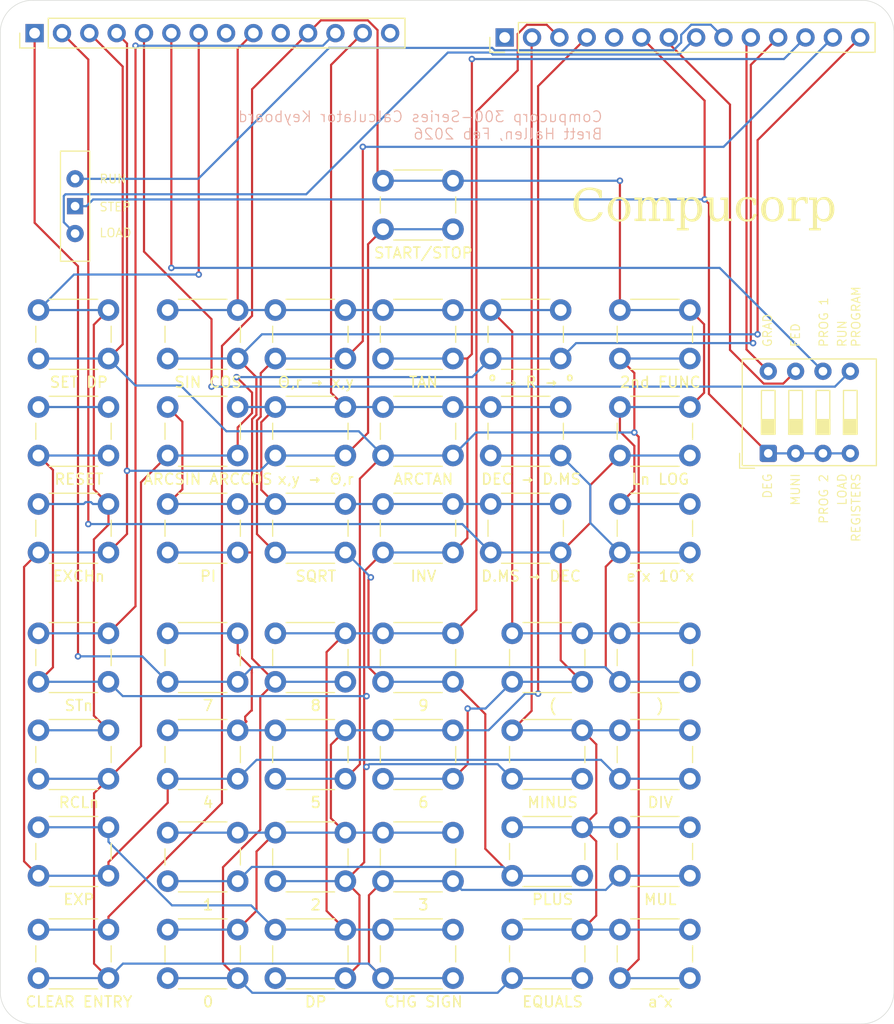
<source format=kicad_pcb>
(kicad_pcb (version 20241229) (generator "pcbnew") (generator_version "9.0")
  (layers (0 "F.Cu" signal) (2 "B.Cu" signal) (13 "F.Paste" user) (15 "B.Paste" user) (5 "F.SilkS" user "F.Silkscreen") (7 "B.SilkS" user "B.Silkscreen") (1 "F.Mask" user) (3 "B.Mask" user) (25 "Edge.Cuts" user))
  (net 0 "")
  (net 1 "KB_RUN")
  (net 3 "KB_ROW_3")
  (net 4 "KB_COL_3")
  (net 5 "KB_ROW_2")
  (net 7 "KB_ROW_1")
  (net 8 "KB_COL_4")
  (net 9 "KB_ROW_4")
  (net 10 "KB_COL_2")
  (net 11 "KB_COL_5")
  (net 12 "KB_COL_1")
  (net 13 "KB_PROG_1")
  (net 14 "KB_COL_6")
  (net 15 "KB_COL_7")
  (net 16 "KB_COL_9")
  (net 17 "KB_LOAD")
  (net 18 "KB_ROW_7")
  (net 19 "KB_FED")
  (net 20 "KB_ROW_8")
  (net 21 "KB_COL_8")
  (net 22 "TCL02_38")
  (net 23 "KB_ROW_5")
  (net 26 "KB_GRAD")
  (net 27 "KB_ROW_6")
  (net 28 "unconnected-(SW28-Pad1)")
  (net 29 "KB_RUN_{326}")
  (footprint "Button_Switch_THT:SW_PUSH_6mm" (layer "F.Cu") (at 106.3 116.5)
    (property "Reference" "SW13" (hide yes))
    (property "Value" "5")
  )
  (footprint "Button_Switch_THT:SW_PUSH_6mm" (layer "F.Cu") (at 128.3 125.5)
    (property "Reference" "SW36" (hide yes))
    (property "Value" "PLUS")
  )
  (footprint "Button_Switch_THT:SW_PUSH_6mm" (layer "F.Cu") (at 128.3 135)
    (property "Reference" "SW41" (hide yes))
    (property "Value" "EQUALS")
  )
  (footprint "Button_Switch_THT:SW_PUSH_6mm" (layer "F.Cu") (at 106.3 86.5)
    (property "Reference" "SW16" (hide yes))
    (property "Value" "x,y → Θ,r")
  )
  (footprint "Button_Switch_THT:SW_PUSH_6mm" (layer "F.Cu") (at 116.3 107.5)
    (property "Reference" "SW37" (hide yes))
    (property "Value" "9")
  )
  (footprint "Button_Switch_THT:SW_PUSH_6mm" (layer "F.Cu") (at 84.3 77.5)
    (property "Reference" "SW9" (hide yes))
    (property "Value" "SET DP")
  )
  (footprint "Button_Switch_THT:SW_PUSH_6mm" (layer "F.Cu") (at 96.3 135)
    (property "Reference" "SW43" (hide yes))
    (property "Value" "0")
  )
  (footprint "Button_Switch_THT:SW_PUSH_6mm" (layer "F.Cu") (at 96.3 86.5)
    (property "Reference" "SW23" (hide yes))
    (property "Value" "ARCSIN ARCCOS")
  )
  (footprint "Button_Switch_THT:SW_PUSH_6mm" (layer "F.Cu") (at 84.3 116.5)
    (property "Reference" "SW20" (hide yes))
    (property "Value" "RCLn")
  )
  (footprint "Button_Switch_THT:SW_PUSH_6mm" (layer "F.Cu") (at 116.3 95.5)
    (property "Reference" "SW30" (hide yes))
    (property "Value" "INV")
  )
  (footprint "Button_Switch_THT:SW_PUSH_6mm" (layer "F.Cu") (at 84.3 107.5)
    (property "Reference" "SW27" (hide yes))
    (property "Value" "STn")
  )
  (footprint "Button_Switch_THT:SW_PUSH_6mm" (layer "F.Cu") (at 96.3 77.5)
    (property "Reference" "SW39" (hide yes))
    (property "Value" "SIN COS")
  )
  (footprint "Button_Switch_THT:SW_PUSH_6mm" (layer "F.Cu") (at 84.3 86.5)
    (property "Reference" "SW28" (hide yes))
    (property "Value" "RESET")
  )
  (footprint "Button_Switch_THT:SW_PUSH_6mm" (layer "F.Cu") (at 106.3 77.5)
    (property "Reference" "SW34" (hide yes))
    (property "Value" "Θ,r → x,y")
  )
  (footprint "Button_Switch_THT:SW_PUSH_6mm" (layer "F.Cu") (at 106.3 95.5)
    (property "Reference" "SW35" (hide yes))
    (property "Value" "SQRT")
  )
  (footprint "Button_Switch_THT:SW_PUSH_6mm" (layer "F.Cu") (at 106.3 135)
    (property "Reference" "SW32" (hide yes))
    (property "Value" "DP")
  )
  (footprint "Button_Switch_THT:SW_PUSH_6mm" (layer "F.Cu") (at 128.3 107.5)
    (property "Reference" "SW6" (hide yes))
    (property "Value" "(")
  )
  (footprint "Button_Switch_THT:SW_PUSH_6mm" (layer "F.Cu") (at 138.3 95.5)
    (property "Reference" "SW1" (hide yes))
    (property "Value" "e^x 10^x")
  )
  (footprint "Button_Switch_THT:SW_Slide-03_Wuerth-WS-SLTV_10x2.5x6.4_P2.54mm" (layer "F.Cu") (at 87.7 67.86 90)
    (property "Reference" "SW44" (hide yes))
    (property "Value" "RUN/STEP/LOAD" (hide yes))
  )
  (footprint "Button_Switch_THT:SW_PUSH_6mm" (layer "F.Cu") (at 84.3 95.5)
    (property "Reference" "SW14" (hide yes))
    (property "Value" "EXCHn")
  )
  (footprint "Button_Switch_THT:SW_PUSH_6mm" (layer "F.Cu") (at 116.3 135)
    (property "Reference" "SW25" (hide yes))
    (property "Value" "CHG SIGN")
  )
  (footprint "Button_Switch_THT:SW_PUSH_6mm" (layer "F.Cu") (at 96.3 107.5)
    (property "Reference" "SW4" (hide yes))
    (property "Value" "7")
  )
  (footprint "Button_Switch_THT:SW_PUSH_6mm" (layer "F.Cu") (at 116.3 116.5)
    (property "Reference" "SW8" (hide yes))
    (property "Value" "6")
  )
  (footprint "Button_Switch_THT:SW_PUSH_6mm" (layer "F.Cu") (at 106.3 107.5)
    (property "Reference" "SW42" (hide yes))
    (property "Value" "8")
  )
  (footprint "Button_Switch_THT:SW_PUSH_6mm" (layer "F.Cu") (at 128.3 116.5)
    (property "Reference" "SW31" (hide yes))
    (property "Value" "MINUS")
  )
  (footprint "Button_Switch_THT:SW_PUSH_6mm" (layer "F.Cu") (at 126.3 77.5)
    (property "Reference" "SW22" (hide yes))
    (property "Value" "º → R → º")
  )
  (footprint "Button_Switch_THT:SW_PUSH_6mm" (layer "F.Cu") (at 116.3 126)
    (property "Reference" "SW26" (hide yes))
    (property "Value" "3")
  )
  (footprint "Button_Switch_THT:SW_PUSH_6mm" (layer "F.Cu") (at 138.3 77.5)
    (property "Reference" "SW10" (hide yes))
    (property "Value" "2nd FUNC")
  )
  (footprint "Button_Switch_THT:SW_PUSH_6mm" (layer "F.Cu") (at 126.3 86.5)
    (property "Reference" "SW3" (hide yes))
    (property "Value" "DEC → D.MS")
  )
  (footprint "Button_Switch_THT:SW_PUSH_6mm" (layer "F.Cu") (at 116.3 65.5)
    (property "Reference" "SW15" (hide yes))
    (property "Value" "START/STOP")
  )
  (footprint "Connector_PinHeader_2.54mm:PinHeader_1x14_P2.54mm_Vertical" (layer "F.Cu") (at 83.94 51.8 90)
    (property "Reference" "J1" (hide yes))
    (property "Value" "Keyboard Left" (hide yes))
  )
  (footprint "Button_Switch_THT:SW_PUSH_6mm" (layer "F.Cu") (at 84.3 135)
    (property "Reference" "SW21" (hide yes))
    (property "Value" "CLEAR ENTRY")
  )
  (footprint "Button_Switch_THT:SW_PUSH_6mm" (layer "F.Cu") (at 84.3 125.5)
    (property "Reference" "SW18" (hide yes))
    (property "Value" "EXP")
  )
  (footprint "Connector_PinHeader_2.54mm:PinHeader_1x14_P2.54mm_Vertical" (layer "F.Cu") (at 127.6 52.2 90)
    (property "Reference" "J2" (hide yes))
    (property "Value" "Keyboard Right" (hide yes))
  )
  (footprint "Button_Switch_THT:SW_DIP_SPSTx04_Slide_9.78x12.34mm_W7.62mm_P2.54mm" (layer "F.Cu") (at 152.08 90.8 90)
    (property "Reference" "SW49" (hide yes))
    (property "Value" "SW_DIP_x04" (hide yes))
  )
  (footprint "Button_Switch_THT:SW_PUSH_6mm" (layer "F.Cu") (at 138.3 135)
    (property "Reference" "SW12" (hide yes))
    (property "Value" "a^x")
  )
  (footprint "Button_Switch_THT:SW_PUSH_6mm" (layer "F.Cu") (at 96.3 95.5)
    (property "Reference" "SW40" (hide yes))
    (property "Value" "PI")
  )
  (footprint "Button_Switch_THT:SW_PUSH_6mm" (layer "F.Cu") (at 116.3 77.5)
    (property "Reference" "SW29" (hide yes))
    (property "Value" "TAN")
  )
  (footprint "Button_Switch_THT:SW_PUSH_6mm" (layer "F.Cu") (at 126.3 95.5)
    (property "Reference" "SW7" (hide yes))
    (property "Value" "D.MS → DEC")
  )
  (footprint "Button_Switch_THT:SW_PUSH_6mm" (layer "F.Cu") (at 138.3 116.5)
    (property "Reference" "SW17" (hide yes))
    (property "Value" "DIV")
  )
  (footprint "Button_Switch_THT:SW_PUSH_6mm" (layer "F.Cu") (at 138.3 107.5)
    (property "Reference" "SW2" (hide yes))
    (property "Value" ")")
  )
  (footprint "Button_Switch_THT:SW_PUSH_6mm" (layer "F.Cu") (at 96.3 126)
    (property "Reference" "SW38" (hide yes))
    (property "Value" "1")
  )
  (footprint "Button_Switch_THT:SW_PUSH_6mm" (layer "F.Cu") (at 96.3 116.5)
    (property "Reference" "SW19" (hide yes))
    (property "Value" "4")
  )
  (footprint "Button_Switch_THT:SW_PUSH_6mm" (layer "F.Cu") (at 106.3 126)
    (property "Reference" "SW33" (hide yes))
    (property "Value" "2")
  )
  (footprint "Button_Switch_THT:SW_PUSH_6mm" (layer "F.Cu") (at 138.3 125.5)
    (property "Reference" "SW24" (hide yes))
    (property "Value" "MUL")
  )
  (footprint "Button_Switch_THT:SW_PUSH_6mm" (layer "F.Cu") (at 116.3 86.5)
    (property "Reference" "SW11" (hide yes))
    (property "Value" "ARCTAN")
  )
  (footprint "Button_Switch_THT:SW_PUSH_6mm" (layer "F.Cu") (at 138.3 86.5)
    (property "Reference" "SW5" (hide yes))
    (property "Value" "Ln LOG")
  )
  (gr_line (start 160.75 143.75) (end 83.75 143.75) (stroke (width 0.05)) (layer "Edge.Cuts"))
  (gr_line (start 83.75 48.75) (end 160.75 48.75) (stroke (width 0.05)) (layer "Edge.Cuts"))
  (gr_arc (start 163.75 140.75) (mid 162.87132 142.87132) (end 160.75 143.75) (stroke (width 0.05)) (layer "Edge.Cuts"))
  (gr_line (start 163.75 51.75) (end 163.75 140.75) (stroke (width 0.05)) (layer "Edge.Cuts"))
  (gr_line (start 80.75 140.75) (end 80.75 51.75) (stroke (width 0.05)) (layer "Edge.Cuts"))
  (gr_arc (start 160.75 48.75) (mid 162.87132 49.62868) (end 163.75 51.75) (stroke (width 0.05)) (layer "Edge.Cuts"))
  (gr_arc (start 80.75 51.75) (mid 81.62868 49.62868) (end 83.75 48.75) (stroke (width 0.05)) (layer "Edge.Cuts"))
  (gr_arc (start 83.75 143.75) (mid 81.62868 142.87132) (end 80.75 140.75) (stroke (width 0.05)) (layer "Edge.Cuts"))
  (gr_text "Compucorp" (at 133.75 69.75 0) (layer "F.SilkS") (effects (font (size 3 3) (thickness 0.1)) (justify left bottom)))
  (gr_text "RUN\nPROGRAM" (at 160.7 81 90) (layer "F.SilkS") (effects (font (size 0.8 0.8) (thickness 0.1)) (justify left bottom)))
  (gr_text "LOAD" (at 89.9 70.8 0) (layer "F.SilkS") (effects (font (size 0.8 0.8) (thickness 0.1)) (justify left bottom)))
  (gr_text "FED" (at 155.0775 81 90) (layer "F.SilkS") (effects (font (size 0.8 0.8) (thickness 0.1)) (justify left bottom)))
  (gr_text "PROG 2" (at 157.7 97.4 90) (layer "F.SilkS") (effects (font (size 0.8 0.8) (thickness 0.1)) (justify left bottom)))
  (gr_text "DEG" (at 152.4775 92.6 90) (layer "F.SilkS") (effects (font (size 0.8 0.8) (thickness 0.1)) (justify right bottom)))
  (gr_text "PROG 1" (at 157.7 81 90) (layer "F.SilkS") (effects (font (size 0.8 0.8) (thickness 0.1)) (justify left bottom)))
  (gr_text "GRAD" (at 152.4775 81 90) (layer "F.SilkS") (effects (font (size 0.8 0.8) (thickness 0.1)) (justify left bottom)))
  (gr_text "STEP" (at 89.9 68.4 0) (layer "F.SilkS") (effects (font (size 0.8 0.8) (thickness 0.1)) (justify left bottom)))
  (gr_text "RUN" (at 89.9 65.8 0) (layer "F.SilkS") (effects (font (size 0.8 0.8) (thickness 0.1)) (justify left bottom)))
  (gr_text "MUNI" (at 155.0775 92.6 90) (layer "F.SilkS") (effects (font (size 0.8 0.8) (thickness 0.1)) (justify right bottom)))
  (gr_text "LOAD\nREGISTERS" (at 160.7 92.6 90) (layer "F.SilkS") (effects (font (size 0.8 0.8) (thickness 0.1)) (justify right bottom)))
  (gr_text "Compucorp 300-Series Calculator Keyboard\nBrett Hallen, Feb 2026" (at 136.75 61.75 0) (layer "B.SilkS") (effects (font (size 1 1) (thickness 0.1)) (justify left bottom mirror)))
  (segment (start 94.1 72.0786) (end 100.3708 78.3494) (width 0.2) (layer "F.Cu") (net 1))
  (segment (start 94.1 51.8) (end 94.1 72.0786) (width 0.2) (layer "F.Cu") (net 1))
  (segment (start 100.3708 78.3494) (end 100.3708 84.6064) (width 0.2) (layer "F.Cu") (net 1))
  (via (at 100.3708 84.6064) (size 0.6) (drill 0.3) (layers "F.Cu" "B.Cu") (net 1))
  (segment (start 102.9997 84.6064) (end 103.0012 84.6079) (width 0.2) (layer "B.Cu") (net 1))
  (segment (start 103.0012 84.6079) (end 103.5546 84.6079) (width 0.2) (layer "B.Cu") (net 1))
  (segment (start 103.5546 84.6079) (end 103.5561 84.6064) (width 0.2) (layer "B.Cu") (net 1))
  (segment (start 158.2736 84.6064) (end 159.7 83.18) (width 0.2) (layer "B.Cu") (net 1))
  (segment (start 103.5561 84.6064) (end 158.2736 84.6064) (width 0.2) (layer "B.Cu") (net 1))
  (segment (start 100.3708 84.6064) (end 102.9997 84.6064) (width 0.2) (layer "B.Cu") (net 1))
  (segment (start 114.1469 93.1531) (end 114.1469 119.6531) (width 0.2) (layer "F.Cu") (net 3))
  (segment (start 116.3 91) (end 114.1469 93.1531) (width 0.2) (layer "F.Cu") (net 3))
  (segment (start 89.02 51.8) (end 92.1197 54.8997) (width 0.2) (layer "F.Cu") (net 3))
  (segment (start 114.1469 119.6531) (end 112.8 121) (width 0.2) (layer "F.Cu") (net 3))
  (segment (start 92.1197 54.8997) (end 92.1197 80.6803) (width 0.2) (layer "F.Cu") (net 3))
  (segment (start 139.6417 83.3417) (end 138.3 82) (width 0.2) (layer "F.Cu") (net 3))
  (segment (start 138.3 139.5) (end 140.0434 137.7566) (width 0.2) (layer "F.Cu") (net 3))
  (segment (start 139.6417 88.8625) (end 139.6417 83.3417) (width 0.2) (layer "F.Cu") (net 3))
  (segment (start 92.1197 80.6803) (end 90.8 82) (width 0.2) (layer "F.Cu") (net 3))
  (segment (start 140.0434 89.2642) (end 139.6417 88.8625) (width 0.2) (layer "F.Cu") (net 3))
  (segment (start 140.0434 137.7566) (end 140.0434 89.2642) (width 0.2) (layer "F.Cu") (net 3))
  (via (at 139.6417 88.8625) (size 0.6) (drill 0.3) (layers "F.Cu" "B.Cu") (net 3))
  (segment (start 144.8 82) (end 138.3 82) (width 0.2) (layer "B.Cu") (net 3))
  (segment (start 93.3032 84.5032) (end 97.5064 84.5032) (width 0.2) (layer "B.Cu") (net 3))
  (segment (start 122.8 91) (end 116.3 91) (width 0.2) (layer "B.Cu") (net 3))
  (segment (start 97.5064 84.5032) (end 101.7532 88.75) (width 0.2) (layer "B.Cu") (net 3))
  (segment (start 90.8 82) (end 93.3032 84.5032) (width 0.2) (layer "B.Cu") (net 3))
  (segment (start 122.8 91) (end 124.9375 88.8625) (width 0.2) (layer "B.Cu") (net 3))
  (segment (start 84.3 82) (end 90.8 82) (width 0.2) (layer "B.Cu") (net 3))
  (segment (start 124.9375 88.8625) (end 139.6417 88.8625) (width 0.2) (layer "B.Cu") (net 3))
  (segment (start 112.8 121) (end 106.3 121) (width 0.2) (layer "B.Cu") (net 3))
  (segment (start 144.8 139.5) (end 138.3 139.5) (width 0.2) (layer "B.Cu") (net 3))
  (segment (start 101.7532 88.75) (end 114.05 88.75) (width 0.2) (layer "B.Cu") (net 3))
  (segment (start 114.05 88.75) (end 116.3 91) (width 0.2) (layer "B.Cu") (net 3))
  (segment (start 124.1627 119.6373) (end 124.1627 114.4828) (width 0.2) (layer "F.Cu") (net 5))
  (segment (start 135.5501 97.2499) (end 132.8 100) (width 0.2) (layer "F.Cu") (net 5))
  (segment (start 132.8 110) (end 134.8 112) (width 0.2) (layer "F.Cu") (net 5))
  (segment (start 138.3 91) (end 135.5501 93.7499) (width 0.2) (layer "F.Cu") (net 5))
  (segment (start 135.5501 93.7499) (end 135.5501 97.2499) (width 0.2) (layer "F.Cu") (net 5))
  (segment (start 122.8 121) (end 124.1627 119.6373) (width 0.2) (layer "F.Cu") (net 5))
  (segment (start 132.8 100) (end 132.8 110) (width 0.2) (layer "F.Cu") (net 5))
  (segment (start 88.9271 54.2471) (end 88.9271 97.3644) (width 0.2) (layer "F.Cu") (net 5))
  (segment (start 86.48 51.8) (end 88.9271 54.2471) (width 0.2) (layer "F.Cu") (net 5))
  (via (at 124.1627 114.4828) (size 0.6) (drill 0.3) (layers "F.Cu" "B.Cu") (net 5))
  (via (at 88.9271 97.3644) (size 0.6) (drill 0.3) (layers "F.Cu" "B.Cu") (net 5))
  (segment (start 122.8 121) (end 116.3 121) (width 0.2) (layer "B.Cu") (net 5))
  (segment (start 128.3 112) (end 125.8172 114.4828) (width 0.2) (layer "B.Cu") (net 5))
  (segment (start 123.6644 97.3644) (end 88.9271 97.3644) (width 0.2) (layer "B.Cu") (net 5))
  (segment (start 125.8172 114.4828) (end 124.1627 114.4828) (width 0.2) (layer "B.Cu") (net 5))
  (segment (start 144.8 91) (end 138.3 91) (width 0.2) (layer "B.Cu") (net 5))
  (segment (start 134.8 112) (end 128.3 112) (width 0.2) (layer "B.Cu") (net 5))
  (segment (start 126.3 100) (end 123.6644 97.3644) (width 0.2) (layer "B.Cu") (net 5))
  (segment (start 132.8 100) (end 126.3 100) (width 0.2) (layer "B.Cu") (net 5))
  (segment (start 136.9876 110.6876) (end 136.9876 101.3124) (width 0.2) (layer "F.Cu") (net 7))
  (segment (start 87.9695 73.4278) (end 87.9695 109.6375) (width 0.2) (layer "F.Cu") (net 7))
  (segment (start 83.94 69.3983) (end 87.9695 73.4278) (width 0.2) (layer "F.Cu") (net 7))
  (segment (start 136.9876 101.3124) (end 138.3 100) (width 0.2) (layer "F.Cu") (net 7))
  (segment (start 83.94 51.8) (end 83.94 69.3983) (width 0.2) (layer "F.Cu") (net 7))
  (segment (start 138.3 112) (end 136.9876 110.6876) (width 0.2) (layer "F.Cu") (net 7))
  (via (at 87.9695 109.6375) (size 0.6) (drill 0.3) (layers "F.Cu" "B.Cu") (net 7))
  (segment (start 87.9695 109.6375) (end 93.9375 109.6375) (width 0.2) (layer "B.Cu") (net 7))
  (segment (start 135.55 97.25) (end 138.3 100) (width 0.2) (layer "B.Cu") (net 7))
  (segment (start 136.9437 110.6437) (end 138.3 112) (width 0.2) (layer "B.Cu") (net 7))
  (segment (start 132.8 91) (end 135.55 93.75) (width 0.2) (layer "B.Cu") (net 7))
  (segment (start 132.8 91) (end 126.3 91) (width 0.2) (layer "B.Cu") (net 7))
  (segment (start 135.55 93.75) (end 135.55 97.25) (width 0.2) (layer "B.Cu") (net 7))
  (segment (start 102.8 112) (end 104.1563 110.6437) (width 0.2) (layer "B.Cu") (net 7))
  (segment (start 144.8 100) (end 138.3 100) (width 0.2) (layer "B.Cu") (net 7))
  (segment (start 144.8 112) (end 138.3 112) (width 0.2) (layer "B.Cu") (net 7))
  (segment (start 104.1563 110.6437) (end 136.9437 110.6437) (width 0.2) (layer "B.Cu") (net 7))
  (segment (start 102.8 112) (end 96.3 112) (width 0.2) (layer "B.Cu") (net 7))
  (segment (start 93.9375 109.6375) (end 96.3 112) (width 0.2) (layer "B.Cu") (net 7))
  (segment (start 109.34 51.8) (end 104.1357 57.0043) (width 0.2) (layer "F.Cu") (net 8))
  (segment (start 115.7905 51.5162) (end 114.8906 50.6163) (width 0.2) (layer "F.Cu") (net 8))
  (segment (start 139.6417 90.1069) (end 139.6417 94.1583) (width 0.2) (layer "F.Cu") (net 8))
  (segment (start 116.3 65.5) (end 115.7905 64.9905) (width 0.2) (layer "F.Cu") (net 8))
  (segment (start 139.6417 94.1583) (end 138.3 95.5) (width 0.2) (layer "F.Cu") (net 8))
  (segment (start 104.1357 78.0352) (end 101.3386 80.8323) (width 0.2) (layer "F.Cu") (net 8))
  (segment (start 138.3 77.5) (end 138.3 65.5) (width 0.2) (layer "F.Cu") (net 8))
  (segment (start 138.3 86.5) (end 138.3 88.7652) (width 0.2) (layer "F.Cu") (net 8))
  (segment (start 115.7905 64.9905) (end 115.7905 51.5162) (width 0.2) (layer "F.Cu") (net 8))
  (segment (start 146.1171 85.1829) (end 146.1171 78.8171) (width 0.2) (layer "F.Cu") (net 8))
  (segment (start 114.8906 50.6163) (end 110.5237 50.6163) (width 0.2) (layer "F.Cu") (net 8))
  (segment (start 138.3 88.7652) (end 139.6417 90.1069) (width 0.2) (layer "F.Cu") (net 8))
  (segment (start 101.3386 80.8323) (end 101.3386 123.2617) (width 0.2) (layer "F.Cu") (net 8))
  (segment (start 144.8 86.5) (end 146.1171 85.1829) (width 0.2) (layer "F.Cu") (net 8))
  (segment (start 101.3386 123.2617) (end 90.8 133.8003) (width 0.2) (layer "F.Cu") (net 8))
  (segment (start 110.5237 50.6163) (end 109.34 51.8) (width 0.2) (layer "F.Cu") (net 8))
  (segment (start 146.1171 78.8171) (end 144.8 77.5) (width 0.2) (layer "F.Cu") (net 8))
  (segment (start 104.1357 57.0043) (end 104.1357 78.0352) (width 0.2) (layer "F.Cu") (net 8))
  (segment (start 90.8 133.8003) (end 90.8 135) (width 0.2) (layer "F.Cu") (net 8))
  (via (at 138.3 65.5) (size 0.6) (drill 0.3) (layers "F.Cu" "B.Cu") (net 8))
  (segment (start 116.3 65.5) (end 122.8 65.5) (width 0.2) (layer "B.Cu") (net 8))
  (segment (start 84.3 135) (end 90.8 135) (width 0.2) (layer "B.Cu") (net 8))
  (segment (start 144.8 77.5) (end 138.3 77.5) (width 0.2) (layer "B.Cu") (net 8))
  (segment (start 144.8 95.5) (end 138.3 95.5) (width 0.2) (layer "B.Cu") (net 8))
  (segment (start 122.8 65.5) (end 138.3 65.5) (width 0.2) (layer "B.Cu") (net 8))
  (segment (start 144.8 86.5) (end 138.3 86.5) (width 0.2) (layer "B.Cu") (net 8))
  (segment (start 82.9609 101.3391) (end 84.3 100) (width 0.2) (layer "F.Cu") (net 9))
  (segment (start 90.8 128.7323) (end 90.8 130) (width 0.2) (layer "F.Cu") (net 9))
  (segment (start 116.3 70) (end 114.9101 71.3899) (width 0.2) (layer "F.Cu") (net 9))
  (segment (start 114.9101 88.8899) (end 112.8 91) (width 0.2) (layer "F.Cu") (net 9))
  (segment (start 96.3 123.2323) (end 90.8 128.7323) (width 0.2) (layer "F.Cu") (net 9))
  (segment (start 92.5214 52.7614) (end 91.56 51.8) (width 0.2) (layer "F.Cu") (net 9))
  (segment (start 92.5214 98.2786) (end 90.8 100) (width 0.2) (layer "F.Cu") (net 9))
  (segment (start 82.9609 128.6609) (end 82.9609 101.3391) (width 0.2) (layer "F.Cu") (net 9))
  (segment (start 96.3 121) (end 96.3 123.2323) (width 0.2) (layer "F.Cu") (net 9))
  (segment (start 114.9101 71.3899) (end 114.9101 88.8899) (width 0.2) (layer "F.Cu") (net 9))
  (segment (start 92.5214 92.4179) (end 92.5214 52.7614) (width 0.2) (layer "F.Cu") (net 9))
  (segment (start 84.3 130) (end 82.9609 128.6609) (width 0.2) (layer "F.Cu") (net 9))
  (segment (start 92.5214 92.4179) (end 92.5214 98.2786) (width 0.2) (layer "F.Cu") (net 9))
  (via (at 92.5214 92.4179) (size 0.6) (drill 0.3) (layers "F.Cu" "B.Cu") (net 9))
  (segment (start 102.8 121) (end 96.3 121) (width 0.2) (layer "B.Cu") (net 9))
  (segment (start 90.8 130) (end 84.3 130) (width 0.2) (layer "B.Cu") (net 9))
  (segment (start 138.3 121) (end 136.542 119.242) (width 0.2) (layer "B.Cu") (net 9))
  (segment (start 104.558 119.242) (end 102.8 121) (width 0.2) (layer "B.Cu") (net 9))
  (segment (start 104.8821 92.4179) (end 106.3 91) (width 0.2) (layer "B.Cu") (net 9))
  (segment (start 144.8 121) (end 138.3 121) (width 0.2) (layer "B.Cu") (net 9))
  (segment (start 136.542 119.242) (end 104.558 119.242) (width 0.2) (layer "B.Cu") (net 9))
  (segment (start 122.8 70) (end 116.3 70) (width 0.2) (layer "B.Cu") (net 9))
  (segment (start 90.8 100) (end 84.3 100) (width 0.2) (layer "B.Cu") (net 9))
  (segment (start 92.5214 92.4179) (end 104.8821 92.4179) (width 0.2) (layer "B.Cu") (net 9))
  (segment (start 112.8 91) (end 106.3 91) (width 0.2) (layer "B.Cu") (net 9))
  (segment (start 93.3107 104.9893) (end 93.3107 52.968) (width 0.2) (layer "F.Cu") (net 10))
  (segment (start 90.8 107.5) (end 93.3107 104.9893) (width 0.2) (layer "F.Cu") (net 10))
  (via (at 93.3107 52.968) (size 0.6) (drill 0.3) (layers "F.Cu" "B.Cu") (net 10))
  (segment (start 110.712 52.968) (end 93.3107 52.968) (width 0.2) (layer "B.Cu") (net 10))
  (segment (start 84.3 107.5) (end 90.8 107.5) (width 0.2) (layer "B.Cu") (net 10))
  (segment (start 111.88 51.8) (end 110.712 52.968) (width 0.2) (layer "B.Cu") (net 10))
  (segment (start 128.3 107.5) (end 128.3 79.5) (width 0.2) (layer "F.Cu") (net 11))
  (segment (start 104.26 51.8) (end 102.8 53.26) (width 0.2) (layer "F.Cu") (net 11))
  (segment (start 102.8 53.26) (end 102.8 77.5) (width 0.2) (layer "F.Cu") (net 11))
  (segment (start 128.3 79.5) (end 126.3 77.5) (width 0.2) (layer "F.Cu") (net 11))
  (segment (start 122.8 77.5) (end 116.3 77.5) (width 0.2) (layer "B.Cu") (net 11))
  (segment (start 144.8 107.5) (end 138.3 107.5) (width 0.2) (layer "B.Cu") (net 11))
  (segment (start 116.3 77.5) (end 112.8 77.5) (width 0.2) (layer "B.Cu") (net 11))
  (segment (start 126.3 77.5) (end 122.8 77.5) (width 0.2) (layer "B.Cu") (net 11))
  (segment (start 106.3 77.5) (end 102.8 77.5) (width 0.2) (layer "B.Cu") (net 11))
  (segment (start 112.8 77.5) (end 106.3 77.5) (width 0.2) (layer "B.Cu") (net 11))
  (segment (start 102.8 77.5) (end 96.3 77.5) (width 0.2) (layer "B.Cu") (net 11))
  (segment (start 132.8 77.5) (end 126.3 77.5) (width 0.2) (layer "B.Cu") (net 11))
  (segment (start 138.3 107.5) (end 134.8 107.5) (width 0.2) (layer "B.Cu") (net 11))
  (segment (start 134.8 107.5) (end 128.3 107.5) (width 0.2) (layer "B.Cu") (net 11))
  (segment (start 89.4459 98.7812) (end 90.8 97.4271) (width 0.2) (layer "F.Cu") (net 12))
  (segment (start 99.18 51.8) (end 99.18 74.2032) (width 0.2) (layer "F.Cu") (net 12))
  (segment (start 90.8 116.5) (end 89.4459 115.1459) (width 0.2) (layer "F.Cu") (net 12))
  (segment (start 90.8 95.5) (end 89.4393 94.1393) (width 0.2) (layer "F.Cu") (net 12))
  (segment (start 90.8 97.4271) (end 90.8 95.5) (width 0.2) (layer "F.Cu") (net 12))
  (segment (start 89.4459 115.1459) (end 89.4459 98.7812) (width 0.2) (layer "F.Cu") (net 12))
  (segment (start 89.4393 94.1393) (end 89.4393 78.8607) (width 0.2) (layer "F.Cu") (net 12))
  (segment (start 89.4393 78.8607) (end 90.8 77.5) (width 0.2) (layer "F.Cu") (net 12))
  (via (at 99.18 74.2032) (size 0.6) (drill 0.3) (layers "F.Cu" "B.Cu") (net 12))
  (segment (start 88.5013 95.5) (end 84.3 95.5) (width 0.2) (layer "B.Cu") (net 12))
  (segment (start 90.8 77.5) (end 84.3 77.5) (width 0.2) (layer "B.Cu") (net 12))
  (segment (start 84.3 77.5) (end 87.5968 74.2032) (width 0.2) (layer "B.Cu") (net 12))
  (segment (start 90.8 95.5) (end 89.353 95.5) (width 0.2) (layer "B.Cu") (net 12))
  (segment (start 89.353 95.5) (end 89.1763 95.3233) (width 0.2) (layer "B.Cu") (net 12))
  (segment (start 88.678 95.3233) (end 88.5013 95.5) (width 0.2) (layer "B.Cu") (net 12))
  (segment (start 90.8 116.5) (end 84.3 116.5) (width 0.2) (layer "B.Cu") (net 12))
  (segment (start 87.5968 74.2032) (end 99.18 74.2032) (width 0.2) (layer "B.Cu") (net 12))
  (segment (start 89.1763 95.3233) (end 88.678 95.3233) (width 0.2) (layer "B.Cu") (net 12))
  (segment (start 96.64 51.8) (end 96.64 73.5861) (width 0.2) (layer "F.Cu") (net 13))
  (via (at 96.64 73.5861) (size 0.6) (drill 0.3) (layers "F.Cu" "B.Cu") (net 13))
  (segment (start 147.5661 73.5861) (end 96.64 73.5861) (width 0.2) (layer "B.Cu") (net 13))
  (segment (start 157.16 83.18) (end 147.5661 73.5861) (width 0.2) (layer "B.Cu") (net 13))
  (segment (start 97.6636 87.8636) (end 97.6636 94.1364) (width 0.2) (layer "F.Cu") (net 14))
  (segment (start 104.9936 94.1936) (end 104.9936 87.9062) (width 0.2) (layer "F.Cu") (net 14))
  (segment (start 106.3 95.5) (end 104.9936 94.1936) (width 0.2) (layer "F.Cu") (net 14))
  (segment (start 111.4741 85.1741) (end 112.8 86.5) (width 0.2) (layer "F.Cu") (net 14))
  (segment (start 96.3 86.5) (end 97.6636 87.8636) (width 0.2) (layer "F.Cu") (net 14))
  (segment (start 114.42 51.8) (end 111.4741 54.7459) (width 0.2) (layer "F.Cu") (net 14))
  (segment (start 97.6636 94.1364) (end 96.3 95.5) (width 0.2) (layer "F.Cu") (net 14))
  (segment (start 111.4741 54.7459) (end 111.4741 85.1741) (width 0.2) (layer "F.Cu") (net 14))
  (segment (start 106.3 86.5998) (end 106.3 86.5) (width 0.2) (layer "F.Cu") (net 14))
  (segment (start 104.9936 87.9062) (end 106.3 86.5998) (width 0.2) (layer "F.Cu") (net 14))
  (segment (start 126.3 86.5) (end 122.8 86.5) (width 0.2) (layer "B.Cu") (net 14))
  (segment (start 112.8 86.5) (end 106.3 86.5) (width 0.2) (layer "B.Cu") (net 14))
  (segment (start 122.8 95.5) (end 116.3 95.5) (width 0.2) (layer "B.Cu") (net 14))
  (segment (start 102.8 95.5) (end 106.3 95.5) (width 0.2) (layer "B.Cu") (net 14))
  (segment (start 132.8 95.5) (end 126.3 95.5) (width 0.2) (layer "B.Cu") (net 14))
  (segment (start 122.8 86.5) (end 116.3 86.5) (width 0.2) (layer "B.Cu") (net 14))
  (segment (start 106.3 95.5) (end 112.8 95.5) (width 0.2) (layer "B.Cu") (net 14))
  (segment (start 96.3 95.5) (end 102.8 95.5) (width 0.2) (layer "B.Cu") (net 14))
  (segment (start 132.8 86.5) (end 126.3 86.5) (width 0.2) (layer "B.Cu") (net 14))
  (segment (start 116.3 86.5) (end 112.8 86.5) (width 0.2) (layer "B.Cu") (net 14))
  (segment (start 112.8 95.5) (end 116.3 95.5) (width 0.2) (layer "B.Cu") (net 14))
  (segment (start 126.3 95.5) (end 122.8 95.5) (width 0.2) (layer "B.Cu") (net 14))
  (segment (start 102.8 86.5) (end 106.3 86.5) (width 0.2) (layer "B.Cu") (net 14))
  (segment (start 136.1017 126.8017) (end 134.8 125.5) (width 0.2) (layer "F.Cu") (net 15))
  (segment (start 134.8 116.5) (end 136.1079 117.8079) (width 0.2) (layer "F.Cu") (net 15))
  (segment (start 136.1079 124.1921) (end 134.8 125.5) (width 0.2) (layer "F.Cu") (net 15))
  (segment (start 136.1017 133.6983) (end 136.1017 126.8017) (width 0.2) (layer "F.Cu") (net 15))
  (segment (start 130.1011 52.2389) (end 130.1011 114.6989) (width 0.2) (layer "F.Cu") (net 15))
  (segment (start 134.8 135) (end 136.1017 133.6983) (width 0.2) (layer "F.Cu") (net 15))
  (segment (start 130.1011 114.6989) (end 128.3 116.5) (width 0.2) (layer "F.Cu") (net 15))
  (segment (start 130.14 52.2) (end 130.1011 52.2389) (width 0.2) (layer "F.Cu") (net 15))
  (segment (start 136.1079 117.8079) (end 136.1079 124.1921) (width 0.2) (layer "F.Cu") (net 15))
  (segment (start 134.8 135) (end 128.3 135) (width 0.2) (layer "B.Cu") (net 15))
  (segment (start 144.8 125.5) (end 138.3 125.5) (width 0.2) (layer "B.Cu") (net 15))
  (segment (start 134.8 125.5) (end 128.3 125.5) (width 0.2) (layer "B.Cu") (net 15))
  (segment (start 138.3 116.5) (end 134.8 116.5) (width 0.2) (layer "B.Cu") (net 15))
  (segment (start 144.8 135) (end 138.3 135) (width 0.2) (layer "B.Cu") (net 15))
  (segment (start 134.8 116.5) (end 128.3 116.5) (width 0.2) (layer "B.Cu") (net 15))
  (segment (start 144.8 116.5) (end 138.3 116.5) (width 0.2) (layer "B.Cu") (net 15))
  (segment (start 138.3 135) (end 134.8 135) (width 0.2) (layer "B.Cu") (net 15))
  (segment (start 138.3 125.5) (end 134.8 125.5) (width 0.2) (layer "B.Cu") (net 15))
  (segment (start 102.8 109.4133) (end 104.1125 110.7258) (width 0.2) (layer "F.Cu") (net 16))
  (segment (start 104.5501 133.2478) (end 104.1484 133.6495) (width 0.2) (layer "F.Cu") (net 16))
  (segment (start 112.8 126) (end 111.4583 124.6583) (width 0.2) (layer "F.Cu") (net 16))
  (segment (start 130.7028 56.7172) (end 135.22 52.2) (width 0.2) (layer "F.Cu") (net 16))
  (segment (start 111.4583 117.8417) (end 112.8 116.5) (width 0.2) (layer "F.Cu") (net 16))
  (segment (start 103.4985 115.2335) (end 103.4985 115.5661) (width 0.2) (layer "F.Cu") (net 16))
  (segment (start 102.8 107.5) (end 102.8 109.4133) (width 0.2) (layer "F.Cu") (net 16))
  (segment (start 104.5501 127.7499) (end 104.5501 133.2478) (width 0.2) (layer "F.Cu") (net 16))
  (segment (start 104.1125 110.7258) (end 104.1125 111.1625) (width 0.2) (layer "F.Cu") (net 16))
  (segment (start 104.1484 133.6516) (end 102.8 135) (width 0.2) (layer "F.Cu") (net 16))
  (segment (start 104.111 114.6684) (end 104.0636 114.6684) (width 0.2) (layer "F.Cu") (net 16))
  (segment (start 104.1125 111.1625) (end 104.111 111.164) (width 0.2) (layer "F.Cu") (net 16))
  (segment (start 130.7028 113.1) (end 130.7028 56.7172) (width 0.2) (layer "F.Cu") (net 16))
  (segment (start 103.4985 115.5661) (end 103.6162 115.6838) (width 0.2) (layer "F.Cu") (net 16))
  (segment (start 104.1484 133.6495) (end 104.1484 133.6516) (width 0.2) (layer "F.Cu") (net 16))
  (segment (start 106.3 126) (end 104.5501 127.7499) (width 0.2) (layer "F.Cu") (net 16))
  (segment (start 103.6162 115.6838) (end 102.8 116.5) (width 0.2) (layer "F.Cu") (net 16))
  (segment (start 111.4583 124.6583) (end 111.4583 117.8417) (width 0.2) (layer "F.Cu") (net 16))
  (segment (start 104.0636 114.6684) (end 103.4985 115.2335) (width 0.2) (layer "F.Cu") (net 16))
  (segment (start 104.111 111.164) (end 104.111 114.6684) (width 0.2) (layer "F.Cu") (net 16))
  (via (at 130.7028 113.1) (size 0.6) (drill 0.3) (layers "F.Cu" "B.Cu") (net 16))
  (segment (start 112.8 126) (end 116.3 126) (width 0.2) (layer "B.Cu") (net 16))
  (segment (start 96.3 126) (end 102.8 126) (width 0.2) (layer "B.Cu") (net 16))
  (segment (start 106.3 126) (end 112.8 126) (width 0.2) (layer "B.Cu") (net 16))
  (segment (start 122.8 126) (end 116.3 126) (width 0.2) (layer "B.Cu") (net 16))
  (segment (start 102.8 116.5) (end 106.3 116.5) (width 0.2) (layer "B.Cu") (net 16))
  (segment (start 102.8 126) (end 106.3 126) (width 0.2) (layer "B.Cu") (net 16))
  (segment (start 96.3 116.5) (end 102.8 116.5) (width 0.2) (layer "B.Cu") (net 16))
  (segment (start 116.3 116.5) (end 122.8 116.5) (width 0.2) (layer "B.Cu") (net 16))
  (segment (start 112.8 116.5) (end 106.3 116.5) (width 0.2) (layer "B.Cu") (net 16))
  (segment (start 122.8 116.5) (end 126.1 116.5) (width 0.2) (layer "B.Cu") (net 16))
  (segment (start 102.8 135) (end 96.3 135) (width 0.2) (layer "B.Cu") (net 16))
  (segment (start 116.3 116.5) (end 112.8 116.5) (width 0.2) (layer "B.Cu") (net 16))
  (segment (start 126.1 116.5) (end 129.5 113.1) (width 0.2) (layer "B.Cu") (net 16))
  (segment (start 129.5 113.1) (end 130.7028 113.1) (width 0.2) (layer "B.Cu") (net 16))
  (segment (start 102.8 107.5) (end 96.3 107.5) (width 0.2) (layer "B.Cu") (net 16))
  (segment (start 86.6483 66.9154) (end 86.8072 66.7565) (width 0.2) (layer "B.Cu") (net 17))
  (segment (start 143.7943 53.7857) (end 145.38 52.2) (width 0.2) (layer "B.Cu") (net 17))
  (segment (start 126.491 53.7857) (end 143.7943 53.7857) (width 0.2) (layer "B.Cu") (net 17))
  (segment (start 122.3193 53.6017) (end 126.307 53.6017) (width 0.2) (layer "B.Cu") (net 17))
  (segment (start 87.7 70.4) (end 86.6483 69.3483) (width 0.2) (layer "B.Cu") (net 17))
  (segment (start 126.307 53.6017) (end 126.491 53.7857) (width 0.2) (layer "B.Cu") (net 17))
  (segment (start 86.6483 69.3483) (end 86.6483 66.9154) (width 0.2) (layer "B.Cu") (net 17))
  (segment (start 109.1645 66.7565) (end 122.3193 53.6017) (width 0.2) (layer "B.Cu") (net 17))
  (segment (start 86.8072 66.7565) (end 109.1645 66.7565) (width 0.2) (layer "B.Cu") (net 17))
  (segment (start 104.5919 98.2919) (end 104.5919 87.7399) (width 0.2) (layer "F.Cu") (net 18))
  (segment (start 104.9393 83.3607) (end 106.3 82) (width 0.2) (layer "F.Cu") (net 18))
  (segment (start 104.5919 87.7399) (end 104.9393 87.3925) (width 0.2) (layer "F.Cu") (net 18))
  (segment (start 104.9393 87.3925) (end 104.9393 83.3607) (width 0.2) (layer "F.Cu") (net 18))
  (segment (start 114.9503 102.5244) (end 114.9503 110.6503) (width 0.2) (layer "F.Cu") (net 18))
  (segment (start 115.1669 102.3078) (end 114.9503 102.5244) (width 0.2) (layer "F.Cu") (net 18))
  (segment (start 114.9503 110.6503) (end 116.3 112) (width 0.2) (layer "F.Cu") (net 18))
  (segment (start 125.8 127.5) (end 125.8 115) (width 0.2) (layer "F.Cu") (net 18))
  (segment (start 125.8 115) (end 122.8 112) (width 0.2) (layer "F.Cu") (net 18))
  (segment (start 106.3 100) (end 104.5919 98.2919) (width 0.2) (layer "F.Cu") (net 18))
  (segment (start 114.42 80.38) (end 114.42 62.3518) (width 0.2) (layer "F.Cu") (net 18))
  (segment (start 112.8 82) (end 114.42 80.38) (width 0.2) (layer "F.Cu") (net 18))
  (segment (start 128.3 130) (end 125.8 127.5) (width 0.2) (layer "F.Cu") (net 18))
  (via (at 114.42 62.3518) (size 0.6) (drill 0.3) (layers "F.Cu" "B.Cu") (net 18))
  (via (at 115.1669 102.3078) (size 0.6) (drill 0.3) (layers "F.Cu" "B.Cu") (net 18))
  (segment (start 127.4797 129.1797) (end 128.3 130) (width 0.2) (layer "B.Cu") (net 18))
  (segment (start 112.8591 100) (end 115.1669 102.3078) (width 0.2) (layer "B.Cu") (net 18))
  (segment (start 147.9282 62.3518) (end 114.42 62.3518) (width 0.2) (layer "B.Cu") (net 18))
  (segment (start 122.8 112) (end 116.3 112) (width 0.2) (layer "B.Cu") (net 18))
  (segment (start 158.08 52.2) (end 147.9282 62.3518) (width 0.2) (layer "B.Cu") (net 18))
  (segment (start 102.8 130.5) (end 104.1203 129.1797) (width 0.2) (layer "B.Cu") (net 18))
  (segment (start 96.3 130.5) (end 102.8 130.5) (width 0.2) (layer "B.Cu") (net 18))
  (segment (start 112.8 100) (end 112.8591 100) (width 0.2) (layer "B.Cu") (net 18))
  (segment (start 112.8 82) (end 106.3 82) (width 0.2) (layer "B.Cu") (net 18))
  (segment (start 134.8 130) (end 128.3 130) (width 0.2) (layer "B.Cu") (net 18))
  (segment (start 106.3 100) (end 112.8 100) (width 0.2) (layer "B.Cu") (net 18))
  (segment (start 104.1203 129.1797) (end 127.4797 129.1797) (width 0.2) (layer "B.Cu") (net 18))
  (segment (start 153.4728 84.3272) (end 154.62 83.18) (width 0.2) (layer "F.Cu") (net 19))
  (segment (start 151.6546 84.3272) (end 153.4728 84.3272) (width 0.2) (layer "F.Cu") (net 19))
  (segment (start 148.5252 58.4342) (end 148.5252 81.1978) (width 0.2) (layer "F.Cu") (net 19))
  (segment (start 142.84 52.749) (end 148.5252 58.4342) (width 0.2) (layer "F.Cu") (net 19))
  (segment (start 148.5252 81.1978) (end 151.6546 84.3272) (width 0.2) (layer "F.Cu") (net 19))
  (segment (start 142.84 52.2) (end 142.84 52.749) (width 0.2) (layer "F.Cu") (net 19))
  (segment (start 104.1359 100) (end 104.1359 109.8359) (width 0.2) (layer "F.Cu") (net 20))
  (segment (start 102.8 100) (end 104.1359 100) (width 0.2) (layer "F.Cu") (net 20))
  (segment (start 104.1359 109.8359) (end 106.3 112) (width 0.2) (layer "F.Cu") (net 20))
  (segment (start 104.1359 100) (end 104.1374 99.9985) (width 0.2) (layer "F.Cu") (net 20))
  (segment (start 104.1374 99.9985) (end 104.1374 87.6264) (width 0.2) (layer "F.Cu") (net 20))
  (segment (start 104.1374 87.6264) (end 104.5376 87.2262) (width 0.2) (layer "F.Cu") (net 20))
  (segment (start 160.62 52.2) (end 151.0885 61.7315) (width 0.2) (layer "F.Cu") (net 20))
  (segment (start 151.0885 61.7315) (end 151.0885 79.75) (width 0.2) (layer "F.Cu") (net 20))
  (segment (start 104.8978 125.7432) (end 104.8978 113.4022) (width 0.2) (layer "F.Cu") (net 20))
  (segment (start 101.439 129.202) (end 104.8978 125.7432) (width 0.2) (layer "F.Cu") (net 20))
  (segment (start 101.439 138.139) (end 101.439 129.202) (width 0.2) (layer "F.Cu") (net 20))
  (segment (start 104.5376 83.7376) (end 102.8 82) (width 0.2) (layer "F.Cu") (net 20))
  (segment (start 102.8 139.5) (end 101.439 138.139) (width 0.2) (layer "F.Cu") (net 20))
  (segment (start 104.5376 87.2262) (end 104.5376 83.7376) (width 0.2) (layer "F.Cu") (net 20))
  (segment (start 104.8978 113.4022) (end 106.3 112) (width 0.2) (layer "F.Cu") (net 20))
  (via (at 151.0885 79.75) (size 0.6) (drill 0.3) (layers "F.Cu" "B.Cu") (net 20))
  (segment (start 104.1643 140.8643) (end 126.9357 140.8643) (width 0.2) (layer "B.Cu") (net 20))
  (segment (start 151.0885 79.75) (end 105.05 79.75) (width 0.2) (layer "B.Cu") (net 20))
  (segment (start 105.05 79.75) (end 102.8 82) (width 0.2) (layer "B.Cu") (net 20))
  (segment (start 96.3 139.5) (end 102.8 139.5) (width 0.2) (layer "B.Cu") (net 20))
  (segment (start 102.8 100) (end 96.3 100) (width 0.2) (layer "B.Cu") (net 20))
  (segment (start 126.9357 140.8643) (end 128.3 139.5) (width 0.2) (layer "B.Cu") (net 20))
  (segment (start 102.8 139.5) (end 104.1643 140.8643) (width 0.2) (layer "B.Cu") (net 20))
  (segment (start 112.8 112) (end 106.3 112) (width 0.2) (layer "B.Cu") (net 20))
  (segment (start 134.8 139.5) (end 128.3 139.5) (width 0.2) (layer "B.Cu") (net 20))
  (segment (start 102.8 82) (end 96.3 82) (width 0.2) (layer "B.Cu") (net 20))
  (segment (start 122.8 107.5) (end 124.9751 105.3249) (width 0.2) (layer "F.Cu") (net 21))
  (segment (start 124.9751 105.3249) (end 124.9751 59.0827) (width 0.2) (layer "F.Cu") (net 21))
  (segment (start 128.81 51.8693) (end 129.6512 51.0281) (width 0.2) (layer "F.Cu") (net 21))
  (segment (start 111.0566 109.2434) (end 111.0566 133.2566) (width 0.2) (layer "F.Cu") (net 21))
  (segment (start 111.0566 133.2566) (end 112.8 135) (width 0.2) (layer "F.Cu") (net 21))
  (segment (start 112.8 107.5) (end 111.0566 109.2434) (width 0.2) (layer "F.Cu") (net 21))
  (segment (start 128.81 55.2478) (end 128.81 51.8693) (width 0.2) (layer "F.Cu") (net 21))
  (segment (start 131.5081 51.0281) (end 132.68 52.2) (width 0.2) (layer "F.Cu") (net 21))
  (segment (start 129.6512 51.0281) (end 131.5081 51.0281) (width 0.2) (layer "F.Cu") (net 21))
  (segment (start 124.9751 59.0827) (end 128.81 55.2478) (width 0.2) (layer "F.Cu") (net 21))
  (segment (start 90.8 125.5) (end 90.8 126.8482) (width 0.2) (layer "B.Cu") (net 21))
  (segment (start 122.8 107.5) (end 116.3 107.5) (width 0.2) (layer "B.Cu") (net 21))
  (segment (start 122.8 135) (end 116.3 135) (width 0.2) (layer "B.Cu") (net 21))
  (segment (start 90.8 126.8482) (end 96.7018 132.75) (width 0.2) (layer "B.Cu") (net 21))
  (segment (start 104.05 132.75) (end 106.3 135) (width 0.2) (layer "B.Cu") (net 21))
  (segment (start 96.7018 132.75) (end 104.05 132.75) (width 0.2) (layer "B.Cu") (net 21))
  (segment (start 90.8 125.5) (end 84.3 125.5) (width 0.2) (layer "B.Cu") (net 21))
  (segment (start 112.8 107.5) (end 116.3 107.5) (width 0.2) (layer "B.Cu") (net 21))
  (segment (start 112.8 135) (end 106.3 135) (width 0.2) (layer "B.Cu") (net 21))
  (segment (start 106.3 107.5) (end 112.8 107.5) (width 0.2) (layer "B.Cu") (net 21))
  (segment (start 116.3 135) (end 112.8 135) (width 0.2) (layer "B.Cu") (net 21))
  (segment (start 146.1671 58.0671) (end 140.3 52.2) (width 0.2) (layer "F.Cu") (net 22))
  (segment (start 152.08 90.8) (end 146.5688 85.2888) (width 0.2) (layer "F.Cu") (net 22))
  (segment (start 146.5688 67.6352) (end 146.1671 67.2335) (width 0.2) (layer "F.Cu") (net 22))
  (segment (start 146.5688 85.2888) (end 146.5688 67.6352) (width 0.2) (layer "F.Cu") (net 22))
  (segment (start 146.1671 67.2335) (end 146.1671 58.0671) (width 0.2) (layer "F.Cu") (net 22))
  (via (at 146.1671 67.2335) (size 0.6) (drill 0.3) (layers "F.Cu" "B.Cu") (net 22))
  (segment (start 154.62 90.8) (end 152.08 90.8) (width 0.2) (layer "B.Cu") (net 22))
  (segment (start 159.7 90.8) (end 157.16 90.8) (width 0.2) (layer "B.Cu") (net 22))
  (segment (start 87.7 67.86) (end 88.7517 67.86) (width 0.2) (layer "B.Cu") (net 22))
  (segment (start 89.3782 67.2335) (end 146.1671 67.2335) (width 0.2) (layer "B.Cu") (net 22))
  (segment (start 157.16 90.8) (end 154.62 90.8) (width 0.2) (layer "B.Cu") (net 22))
  (segment (start 88.7517 67.86) (end 89.3782 67.2335) (width 0.2) (layer "B.Cu") (net 22))
  (segment (start 89.4583 122.3417) (end 90.8 121) (width 0.2) (layer "F.Cu") (net 23))
  (segment (start 90.8 139.5) (end 89.4583 138.1583) (width 0.2) (layer "F.Cu") (net 23))
  (segment (start 153 52.2) (end 150.46 54.74) (width 0.2) (layer "F.Cu") (net 23))
  (segment (start 102.696 83.7222) (end 104.1359 85.1621) (width 0.2) (layer "F.Cu") (net 23))
  (segment (start 90.8 121) (end 93.8207 117.9793) (width 0.2) (layer "F.Cu") (net 23))
  (segment (start 102.8 88.3958) (end 102.8 91) (width 0.2) (layer "F.Cu") (net 23))
  (segment (start 114.9908 131.8092) (end 114.9908 138.1908) (width 0.2) (layer "F.Cu") (net 23))
  (segment (start 93.8207 93.4793) (end 96.3 91) (width 0.2) (layer "F.Cu") (net 23))
  (segment (start 89.4583 138.1583) (end 89.4583 122.3417) (width 0.2) (layer "F.Cu") (net 23))
  (segment (start 116.3 130.5) (end 114.9908 131.8092) (width 0.2) (layer "F.Cu") (net 23))
  (segment (start 114.9908 138.1908) (end 116.3 139.5) (width 0.2) (layer "F.Cu") (net 23))
  (segment (start 104.1359 85.1621) (end 104.1359 87.0599) (width 0.2) (layer "F.Cu") (net 23))
  (segment (start 150.46 80.3578) (end 150.6688 80.5666) (width 0.2) (layer "F.Cu") (net 23))
  (segment (start 104.1359 87.0599) (end 102.8 88.3958) (width 0.2) (layer "F.Cu") (net 23))
  (segment (start 93.8207 117.9793) (end 93.8207 93.4793) (width 0.2) (layer "F.Cu") (net 23))
  (segment (start 150.46 54.74) (end 150.46 80.3578) (width 0.2) (layer "F.Cu") (net 23))
  (via (at 102.696 83.7222) (size 0.6) (drill 0.3) (layers "F.Cu" "B.Cu") (net 23))
  (via (at 150.6688 80.5666) (size 0.6) (drill 0.3) (layers "F.Cu" "B.Cu") (net 23))
  (segment (start 114.9553 138.1553) (end 92.1447 138.1553) (width 0.2) (layer "B.Cu") (net 23))
  (segment (start 90.8 139.5) (end 84.3 139.5) (width 0.2) (layer "B.Cu") (net 23))
  (segment (start 122.8 139.5) (end 116.3 139.5) (width 0.2) (layer "B.Cu") (net 23))
  (segment (start 126.3 82) (end 124.5778 83.7222) (width 0.2) (layer "B.Cu") (net 23))
  (segment (start 144.8 130) (end 138.3 130) (width 0.2) (layer "B.Cu") (net 23))
  (segment (start 122.8 130.5) (end 116.3 130.5) (width 0.2) (layer "B.Cu") (net 23))
  (segment (start 102.8 91) (end 96.3 91) (width 0.2) (layer "B.Cu") (net 23))
  (segment (start 134.2334 80.5666) (end 150.6688 80.5666) (width 0.2) (layer "B.Cu") (net 23))
  (segment (start 132.8 82) (end 126.3 82) (width 0.2) (layer "B.Cu") (net 23))
  (segment (start 116.3 139.5) (end 114.9553 138.1553) (width 0.2) (layer "B.Cu") (net 23))
  (segment (start 124.5778 83.7222) (end 102.696 83.7222) (width 0.2) (layer "B.Cu") (net 23))
  (segment (start 132.8 82) (end 134.2334 80.5666) (width 0.2) (layer "B.Cu") (net 23))
  (segment (start 123.6125 131.3125) (end 122.8 130.5) (width 0.2) (layer "B.Cu") (net 23))
  (segment (start 138.3 130) (end 136.9875 131.3125) (width 0.2) (layer "B.Cu") (net 23))
  (segment (start 90.8 121) (end 84.3 121) (width 0.2) (layer "B.Cu") (net 23))
  (segment (start 136.9875 131.3125) (end 123.6125 131.3125) (width 0.2) (layer "B.Cu") (net 23))
  (segment (start 92.1447 138.1553) (end 90.8 139.5) (width 0.2) (layer "B.Cu") (net 23))
  (segment (start 150.0583 52.6017) (end 150.0583 81.1583) (width 0.2) (layer "F.Cu") (net 26))
  (segment (start 150.0583 81.1583) (end 152.08 83.18) (width 0.2) (layer "F.Cu") (net 26))
  (segment (start 150.46 52.2) (end 150.0583 52.6017) (width 0.2) (layer "F.Cu") (net 26))
  (segment (start 114.1125 138.1875) (end 114.1125 131.8125) (width 0.2) (layer "F.Cu") (net 27))
  (segment (start 124.5501 54.2035) (end 124.5501 81.5859) (width 0.2) (layer "F.Cu") (net 27))
  (segment (start 114.1125 131.8125) (end 112.8 130.5) (width 0.2) (layer "F.Cu") (net 27))
  (segment (start 85.6417 92.3417) (end 85.6417 110.6583) (width 0.2) (layer "F.Cu") (net 27))
  (segment (start 114.5486 113.3303) (end 114.5486 119.8968) (width 0.2) (layer "F.Cu") (net 27))
  (segment (start 114.5486 119.8968) (end 114.5486 128.7514) (width 0.2) (layer "F.Cu") (net 27))
  (segment (start 114.5486 113.3303) (end 114.7709 113.3303) (width 0.2) (layer "F.Cu") (net 27))
  (segment (start 124.136 98.664) (end 122.8 100) (width 0.2) (layer "F.Cu") (net 27))
  (segment (start 122.8 82) (end 124.136 82) (width 0.2) (layer "F.Cu") (net 27))
  (segment (start 112.8 139.5) (end 114.1125 138.1875) (width 0.2) (layer "F.Cu") (net 27))
  (segment (start 114.5486 101.7514) (end 114.5486 113.3303) (width 0.2) (layer "F.Cu") (net 27))
  (segment (start 84.3 91) (end 85.6417 92.3417) (width 0.2) (layer "F.Cu") (net 27))
  (segment (start 114.5486 119.8968) (end 114.7642 119.8968) (width 0.2) (layer "F.Cu") (net 27))
  (segment (start 116.3 100) (end 114.5486 101.7514) (width 0.2) (layer "F.Cu") (net 27))
  (segment (start 124.136 82) (end 124.136 98.664) (width 0.2) (layer "F.Cu") (net 27))
  (segment (start 124.5501 81.5859) (end 124.136 82) (width 0.2) (layer "F.Cu") (net 27))
  (segment (start 85.6417 110.6583) (end 84.3 112) (width 0.2) (layer "F.Cu") (net 27))
  (segment (start 114.5486 128.7514) (end 112.8 130.5) (width 0.2) (layer "F.Cu") (net 27))
  (via (at 114.7642 119.8968) (size 0.6) (drill 0.3) (layers "F.Cu" "B.Cu") (net 27))
  (via (at 124.5501 54.2035) (size 0.6) (drill 0.3) (layers "F.Cu" "B.Cu") (net 27))
  (via (at 114.7709 113.3303) (size 0.6) (drill 0.3) (layers "F.Cu" "B.Cu") (net 27))
  (segment (start 128.3 121) (end 126.9437 119.6437) (width 0.2) (layer "B.Cu") (net 27))
  (segment (start 92.1303 113.3303) (end 90.8 112) (width 0.2) (layer "B.Cu") (net 27))
  (segment (start 122.8 100) (end 116.3 100) (width 0.2) (layer "B.Cu") (net 27))
  (segment (start 90.8 91) (end 84.3 91) (width 0.2) (layer "B.Cu") (net 27))
  (segment (start 122.8 82) (end 116.3 82) (width 0.2) (layer "B.Cu") (net 27))
  (segment (start 112.8 139.5) (end 106.3 139.5) (width 0.2) (layer "B.Cu") (net 27))
  (segment (start 153.5365 54.2035) (end 155.54 52.2) (width 0.2) (layer "B.Cu") (net 27))
  (segment (start 134.8 121) (end 128.3 121) (width 0.2) (layer "B.Cu") (net 27))
  (segment (start 115.0173 119.6437) (end 114.7642 119.8968) (width 0.2) (layer "B.Cu") (net 27))
  (segment (start 124.5501 54.2035) (end 153.5365 54.2035) (width 0.2) (layer "B.Cu") (net 27))
  (segment (start 126.9437 119.6437) (end 115.0173 119.6437) (width 0.2) (layer "B.Cu") (net 27))
  (segment (start 112.8 130.5) (end 106.3 130.5) (width 0.2) (layer "B.Cu") (net 27))
  (segment (start 90.8 112) (end 84.3 112) (width 0.2) (layer "B.Cu") (net 27))
  (segment (start 114.7709 113.3303) (end 92.1303 113.3303) (width 0.2) (layer "B.Cu") (net 27))
  (segment (start 90.8 86.5) (end 84.3 86.5) (width 0.2) (layer "B.Cu") (net 28))
  (segment (start 99.1375 65.32) (end 111.2895 53.168) (width 0.2) (layer "B.Cu") (net 29))
  (segment (start 111.2895 53.168) (end 126.4413 53.168) (width 0.2) (layer "B.Cu") (net 29))
  (segment (start 126.6573 53.384) (end 143.2848 53.384) (width 0.2) (layer "B.Cu") (net 29))
  (segment (start 143.2848 53.384) (end 143.9917 52.6771) (width 0.2) (layer "B.Cu") (net 29))
  (segment (start 144.9309 51.0164) (end 146.7364 51.0164) (width 0.2) (layer "B.Cu") (net 29))
  (segment (start 143.9917 51.9556) (end 144.9309 51.0164) (width 0.2) (layer "B.Cu") (net 29))
  (segment (start 126.4413 53.168) (end 126.6573 53.384) (width 0.2) (layer "B.Cu") (net 29))
  (segment (start 146.7364 51.0164) (end 147.92 52.2) (width 0.2) (layer "B.Cu") (net 29))
  (segment (start 143.9917 52.6771) (end 143.9917 51.9556) (width 0.2) (layer "B.Cu") (net 29))
  (segment (start 87.7 65.32) (end 99.1375 65.32) (width 0.2) (layer "B.Cu") (net 29))
)
</source>
